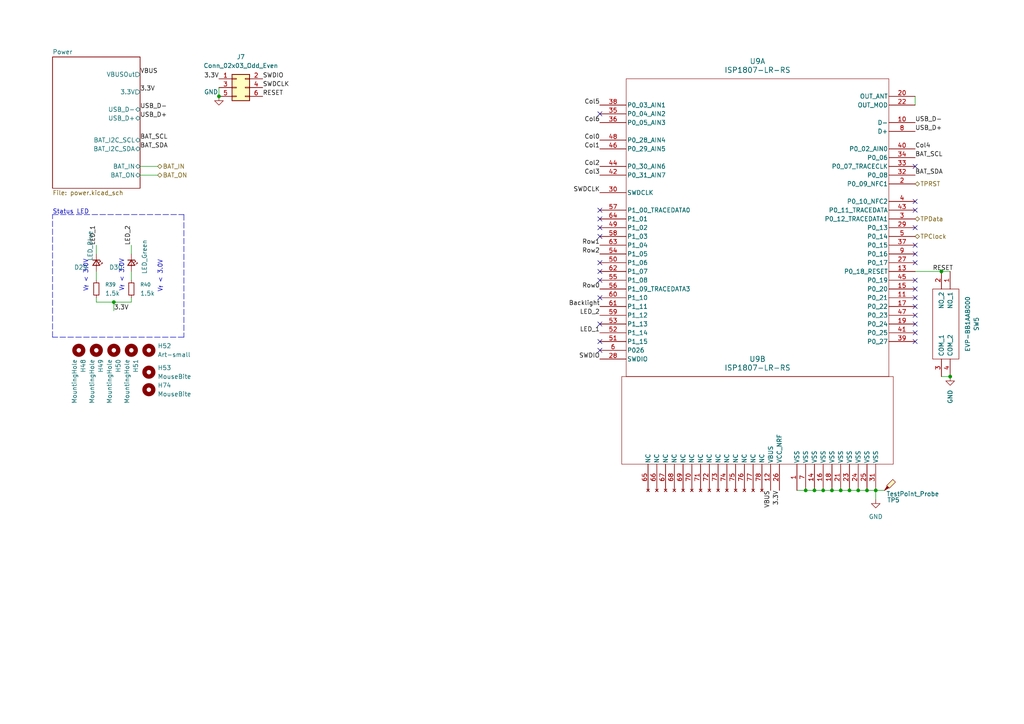
<source format=kicad_sch>
(kicad_sch (version 20250114) (generator "eeschema") (generator_version "9.0")
  (paper "A4")
  (lib_symbols
    (symbol "Connector:TestPoint_Probe" (pin_numbers (hide yes)) (pin_names (offset 0.762) (hide yes))
      (property "Reference" "TP" (at 1.651 5.842 0))
      (property "Value" "TestPoint_Probe" (at 1.651 4.064 0))
      (symbol "TestPoint_Probe_0_1"
        (polyline (pts (xy 1.27 0.762) (xy 0 0) (xy 0.762 1.27) (xy 1.27 0.762)) (fill (type outline)))
        (polyline (pts (xy 1.397 0.635) (xy 0.635 1.397) (xy 2.413 3.175) (xy 3.175 2.413) (xy 1.397 0.635)) (fill (type background)))
      )
      (symbol "TestPoint_Probe_1_1"
        (pin passive line (at 0 0 90) (length 0) (name "1") (number "1"))
      )
    )
    (symbol "Connector_Generic:Conn_02x03_Odd_Even" (pin_names (offset 1.016) (hide yes))
      (property "Reference" "J" (at 1.27 5.08 0))
      (property "Value" "Conn_02x03_Odd_Even" (at 1.27 -5.08 0))
      (symbol "Conn_02x03_Odd_Even_1_1"
        (rectangle (start -1.27 3.81) (end 3.81 -3.81) (stroke (width 0.254)) (fill (type background)))
        (rectangle (start -1.27 2.667) (end 0 2.413) (stroke (width 0.1524)))
        (rectangle (start -1.27 0.127) (end 0 -0.127) (stroke (width 0.1524)))
        (rectangle (start -1.27 -2.413) (end 0 -2.667) (stroke (width 0.1524)))
        (rectangle (start 3.81 2.667) (end 2.54 2.413) (stroke (width 0.1524)))
        (rectangle (start 3.81 0.127) (end 2.54 -0.127) (stroke (width 0.1524)))
        (rectangle (start 3.81 -2.413) (end 2.54 -2.667) (stroke (width 0.1524)))
        (pin passive line (at -5.08 2.54 0) (length 3.81) (name "Pin_1") (number "1"))
        (pin passive line (at -5.08 0 0) (length 3.81) (name "Pin_3") (number "3"))
        (pin passive line (at -5.08 -2.54 0) (length 3.81) (name "Pin_5") (number "5"))
        (pin passive line (at 7.62 2.54 180) (length 3.81) (name "Pin_2") (number "2"))
        (pin passive line (at 7.62 0 180) (length 3.81) (name "Pin_4") (number "4"))
        (pin passive line (at 7.62 -2.54 180) (length 3.81) (name "Pin_6") (number "6"))
      )
    )
    (symbol "ISP1807-LR-RS:ISP1807-LR-RS" (pin_names (offset 0.254))
      (property "Reference" "U" (at 45.72 12.7 0))
      (property "Value" "ISP1807-LR-RS" (at 45.72 10.16 0))
      (symbol "ISP1807-LR-RS_1_1"
        (polyline (pts (xy 7.62 7.62) (xy 7.62 -78.74)) (stroke (width 0.127)))
        (polyline (pts (xy 7.62 -78.74) (xy 83.82 -78.74)) (stroke (width 0.127)))
        (polyline (pts (xy 83.82 7.62) (xy 7.62 7.62)) (stroke (width 0.127)))
        (polyline (pts (xy 83.82 -78.74) (xy 83.82 7.62)) (stroke (width 0.127)))
        (pin input line (at 0 0 0) (length 7.62) (name "P0_03_AIN1") (number "38"))
        (pin input line (at 0 -2.54 0) (length 7.62) (name "P0_04_AIN2") (number "35"))
        (pin input line (at 0 -5.08 0) (length 7.62) (name "P0_05_AIN3") (number "36"))
        (pin input line (at 0 -10.16 0) (length 7.62) (name "P0_28_AIN4") (number "48"))
        (pin input line (at 0 -12.7 0) (length 7.62) (name "P0_29_AIN5") (number "46"))
        (pin input line (at 0 -17.78 0) (length 7.62) (name "P0_30_AIN6") (number "44"))
        (pin input line (at 0 -20.32 0) (length 7.62) (name "P0_31_AIN7") (number "42"))
        (pin input line (at 0 -25.4 0) (length 7.62) (name "SWDCLK") (number "30"))
        (pin bidirectional line (at 0 -30.48 0) (length 7.62) (name "P1_00_TRACEDATA0") (number "57"))
        (pin bidirectional line (at 0 -33.02 0) (length 7.62) (name "P1_01") (number "64"))
        (pin bidirectional line (at 0 -35.56 0) (length 7.62) (name "P1_02") (number "49"))
        (pin bidirectional line (at 0 -38.1 0) (length 7.62) (name "P1_03") (number "58"))
        (pin bidirectional line (at 0 -40.64 0) (length 7.62) (name "P1_04") (number "63"))
        (pin bidirectional line (at 0 -43.18 0) (length 7.62) (name "P1_05") (number "54"))
        (pin bidirectional line (at 0 -45.72 0) (length 7.62) (name "P1_06") (number "50"))
        (pin bidirectional line (at 0 -48.26 0) (length 7.62) (name "P1_07") (number "62"))
        (pin bidirectional line (at 0 -50.8 0) (length 7.62) (name "P1_08") (number "55"))
        (pin bidirectional line (at 0 -53.34 0) (length 7.62) (name "P1_09_TRACEDATA3") (number "56"))
        (pin bidirectional line (at 0 -55.88 0) (length 7.62) (name "P1_10") (number "60"))
        (pin bidirectional line (at 0 -58.42 0) (length 7.62) (name "P1_11") (number "61"))
        (pin bidirectional line (at 0 -60.96 0) (length 7.62) (name "P1_12") (number "59"))
        (pin bidirectional line (at 0 -63.5 0) (length 7.62) (name "P1_13") (number "53"))
        (pin bidirectional line (at 0 -66.04 0) (length 7.62) (name "P1_14") (number "52"))
        (pin bidirectional line (at 0 -68.58 0) (length 7.62) (name "P1_15") (number "51"))
        (pin bidirectional line (at 0 -71.12 0) (length 7.62) (name "P026") (number "6"))
        (pin bidirectional line (at 0 -73.66 0) (length 7.62) (name "SWDIO") (number "28"))
        (pin bidirectional line (at 91.44 2.54 180) (length 7.62) (name "OUT_ANT") (number "20"))
        (pin bidirectional line (at 91.44 0 180) (length 7.62) (name "OUT_MOD") (number "22"))
        (pin bidirectional line (at 91.44 -5.08 180) (length 7.62) (name "D-") (number "10"))
        (pin bidirectional line (at 91.44 -7.62 180) (length 7.62) (name "D+") (number "8"))
        (pin bidirectional line (at 91.44 -12.7 180) (length 7.62) (name "P0_02_AIN0") (number "40"))
        (pin bidirectional line (at 91.44 -15.24 180) (length 7.62) (name "P0_06") (number "34"))
        (pin bidirectional line (at 91.44 -17.78 180) (length 7.62) (name "P0_07_TRACECLK") (number "33"))
        (pin bidirectional line (at 91.44 -20.32 180) (length 7.62) (name "P0_08") (number "32"))
        (pin bidirectional line (at 91.44 -22.86 180) (length 7.62) (name "P0_09_NFC1") (number "2"))
        (pin bidirectional line (at 91.44 -27.94 180) (length 7.62) (name "P0_10_NFC2") (number "4"))
        (pin bidirectional line (at 91.44 -30.48 180) (length 7.62) (name "P0_11_TRACEDATA") (number "43"))
        (pin bidirectional line (at 91.44 -33.02 180) (length 7.62) (name "P0_12_TRACEDATA1") (number "3"))
        (pin bidirectional line (at 91.44 -35.56 180) (length 7.62) (name "P0_13") (number "29"))
        (pin bidirectional line (at 91.44 -38.1 180) (length 7.62) (name "P0_14") (number "5"))
        (pin bidirectional line (at 91.44 -40.64 180) (length 7.62) (name "P0_15") (number "37"))
        (pin bidirectional line (at 91.44 -43.18 180) (length 7.62) (name "P0_16") (number "9"))
        (pin bidirectional line (at 91.44 -45.72 180) (length 7.62) (name "P0_17") (number "27"))
        (pin bidirectional line (at 91.44 -48.26 180) (length 7.62) (name "P0_18_RESET") (number "13"))
        (pin bidirectional line (at 91.44 -50.8 180) (length 7.62) (name "P0_19") (number "45"))
        (pin bidirectional line (at 91.44 -53.34 180) (length 7.62) (name "P0_20") (number "15"))
        (pin bidirectional line (at 91.44 -55.88 180) (length 7.62) (name "P0_21") (number "11"))
        (pin bidirectional line (at 91.44 -58.42 180) (length 7.62) (name "P0_22") (number "17"))
        (pin bidirectional line (at 91.44 -60.96 180) (length 7.62) (name "P0_23") (number "47"))
        (pin bidirectional line (at 91.44 -63.5 180) (length 7.62) (name "P0_24") (number "19"))
        (pin bidirectional line (at 91.44 -66.04 180) (length 7.62) (name "P0_25") (number "41"))
        (pin bidirectional line (at 91.44 -68.58 180) (length 7.62) (name "P0_27") (number "39"))
      )
      (symbol "ISP1807-LR-RS_2_1"
        (polyline (pts (xy 7.62 7.62) (xy 7.62 -71.12)) (stroke (width 0.127)))
        (polyline (pts (xy 7.62 -71.12) (xy 33.02 -71.12)) (stroke (width 0.127)))
        (polyline (pts (xy 33.02 7.62) (xy 7.62 7.62)) (stroke (width 0.127)))
        (polyline (pts (xy 33.02 -71.12) (xy 33.02 7.62)) (stroke (width 0.127)))
        (pin no_connect line (at 0 0 0) (length 7.62) (name "NC") (number "65"))
        (pin no_connect line (at 0 -2.54 0) (length 7.62) (name "NC") (number "66"))
        (pin no_connect line (at 0 -5.08 0) (length 7.62) (name "NC") (number "67"))
        (pin no_connect line (at 0 -7.62 0) (length 7.62) (name "NC") (number "68"))
        (pin no_connect line (at 0 -10.16 0) (length 7.62) (name "NC") (number "69"))
        (pin no_connect line (at 0 -12.7 0) (length 7.62) (name "NC") (number "70"))
        (pin no_connect line (at 0 -15.24 0) (length 7.62) (name "NC") (number "71"))
        (pin no_connect line (at 0 -17.78 0) (length 7.62) (name "NC") (number "72"))
        (pin no_connect line (at 0 -20.32 0) (length 7.62) (name "NC") (number "73"))
        (pin no_connect line (at 0 -22.86 0) (length 7.62) (name "NC") (number "74"))
        (pin no_connect line (at 0 -25.4 0) (length 7.62) (name "NC") (number "75"))
        (pin no_connect line (at 0 -27.94 0) (length 7.62) (name "NC") (number "76"))
        (pin no_connect line (at 0 -30.48 0) (length 7.62) (name "NC") (number "77"))
        (pin no_connect line (at 0 -33.02 0) (length 7.62) (name "NC") (number "78"))
        (pin power_in line (at 0 -35.56 0) (length 7.62) (name "VBUS") (number "12"))
        (pin power_in line (at 0 -38.1 0) (length 7.62) (name "VCC_NRF") (number "26"))
        (pin power_out line (at 0 -43.18 0) (length 7.62) (name "VSS") (number "1"))
        (pin power_out line (at 0 -45.72 0) (length 7.62) (name "VSS") (number "7"))
        (pin power_out line (at 0 -48.26 0) (length 7.62) (name "VSS") (number "14"))
        (pin power_out line (at 0 -50.8 0) (length 7.62) (name "VSS") (number "16"))
        (pin power_out line (at 0 -53.34 0) (length 7.62) (name "VSS") (number "18"))
        (pin power_out line (at 0 -55.88 0) (length 7.62) (name "VSS") (number "21"))
        (pin power_out line (at 0 -58.42 0) (length 7.62) (name "VSS") (number "23"))
        (pin power_out line (at 0 -60.96 0) (length 7.62) (name "VSS") (number "24"))
        (pin power_out line (at 0 -63.5 0) (length 7.62) (name "VSS") (number "25"))
        (pin power_out line (at 0 -66.04 0) (length 7.62) (name "VSS") (number "31"))
      )
    )
    (symbol "ISP1807-LR-RS_1" (pin_names (offset 0.254))
      (property "Reference" "U" (at 45.72 12.7 0))
      (property "Value" "ISP1807-LR-RS" (at 45.72 10.16 0))
      (symbol "ISP1807-LR-RS_1_1_1"
        (polyline (pts (xy 7.62 7.62) (xy 7.62 -78.74)) (stroke (width 0.127)))
        (polyline (pts (xy 7.62 -78.74) (xy 83.82 -78.74)) (stroke (width 0.127)))
        (polyline (pts (xy 83.82 7.62) (xy 7.62 7.62)) (stroke (width 0.127)))
        (polyline (pts (xy 83.82 -78.74) (xy 83.82 7.62)) (stroke (width 0.127)))
        (pin input line (at 0 0 0) (length 7.62) (name "P0_03_AIN1") (number "38"))
        (pin input line (at 0 -2.54 0) (length 7.62) (name "P0_04_AIN2") (number "35"))
        (pin input line (at 0 -5.08 0) (length 7.62) (name "P0_05_AIN3") (number "36"))
        (pin input line (at 0 -10.16 0) (length 7.62) (name "P0_28_AIN4") (number "48"))
        (pin input line (at 0 -12.7 0) (length 7.62) (name "P0_29_AIN5") (number "46"))
        (pin input line (at 0 -17.78 0) (length 7.62) (name "P0_30_AIN6") (number "44"))
        (pin input line (at 0 -20.32 0) (length 7.62) (name "P0_31_AIN7") (number "42"))
        (pin input line (at 0 -25.4 0) (length 7.62) (name "SWDCLK") (number "30"))
        (pin bidirectional line (at 0 -30.48 0) (length 7.62) (name "P1_00_TRACEDATA0") (number "57"))
        (pin bidirectional line (at 0 -33.02 0) (length 7.62) (name "P1_01") (number "64"))
        (pin bidirectional line (at 0 -35.56 0) (length 7.62) (name "P1_02") (number "49"))
        (pin bidirectional line (at 0 -38.1 0) (length 7.62) (name "P1_03") (number "58"))
        (pin bidirectional line (at 0 -40.64 0) (length 7.62) (name "P1_04") (number "63"))
        (pin bidirectional line (at 0 -43.18 0) (length 7.62) (name "P1_05") (number "54"))
        (pin bidirectional line (at 0 -45.72 0) (length 7.62) (name "P1_06") (number "50"))
        (pin bidirectional line (at 0 -48.26 0) (length 7.62) (name "P1_07") (number "62"))
        (pin bidirectional line (at 0 -50.8 0) (length 7.62) (name "P1_08") (number "55"))
        (pin bidirectional line (at 0 -53.34 0) (length 7.62) (name "P1_09_TRACEDATA3") (number "56"))
        (pin bidirectional line (at 0 -55.88 0) (length 7.62) (name "P1_10") (number "60"))
        (pin bidirectional line (at 0 -58.42 0) (length 7.62) (name "P1_11") (number "61"))
        (pin bidirectional line (at 0 -60.96 0) (length 7.62) (name "P1_12") (number "59"))
        (pin bidirectional line (at 0 -63.5 0) (length 7.62) (name "P1_13") (number "53"))
        (pin bidirectional line (at 0 -66.04 0) (length 7.62) (name "P1_14") (number "52"))
        (pin bidirectional line (at 0 -68.58 0) (length 7.62) (name "P1_15") (number "51"))
        (pin bidirectional line (at 0 -71.12 0) (length 7.62) (name "P026") (number "6"))
        (pin bidirectional line (at 0 -73.66 0) (length 7.62) (name "SWDIO") (number "28"))
        (pin bidirectional line (at 91.44 2.54 180) (length 7.62) (name "OUT_ANT") (number "20"))
        (pin bidirectional line (at 91.44 0 180) (length 7.62) (name "OUT_MOD") (number "22"))
        (pin bidirectional line (at 91.44 -5.08 180) (length 7.62) (name "D-") (number "10"))
        (pin bidirectional line (at 91.44 -7.62 180) (length 7.62) (name "D+") (number "8"))
        (pin bidirectional line (at 91.44 -12.7 180) (length 7.62) (name "P0_02_AIN0") (number "40"))
        (pin bidirectional line (at 91.44 -15.24 180) (length 7.62) (name "P0_06") (number "34"))
        (pin bidirectional line (at 91.44 -17.78 180) (length 7.62) (name "P0_07_TRACECLK") (number "33"))
        (pin bidirectional line (at 91.44 -20.32 180) (length 7.62) (name "P0_08") (number "32"))
        (pin bidirectional line (at 91.44 -22.86 180) (length 7.62) (name "P0_09_NFC1") (number "2"))
        (pin bidirectional line (at 91.44 -27.94 180) (length 7.62) (name "P0_10_NFC2") (number "4"))
        (pin bidirectional line (at 91.44 -30.48 180) (length 7.62) (name "P0_11_TRACEDATA") (number "43"))
        (pin bidirectional line (at 91.44 -33.02 180) (length 7.62) (name "P0_12_TRACEDATA1") (number "3"))
        (pin bidirectional line (at 91.44 -35.56 180) (length 7.62) (name "P0_13") (number "29"))
        (pin bidirectional line (at 91.44 -38.1 180) (length 7.62) (name "P0_14") (number "5"))
        (pin bidirectional line (at 91.44 -40.64 180) (length 7.62) (name "P0_15") (number "37"))
        (pin bidirectional line (at 91.44 -43.18 180) (length 7.62) (name "P0_16") (number "9"))
        (pin bidirectional line (at 91.44 -45.72 180) (length 7.62) (name "P0_17") (number "27"))
        (pin bidirectional line (at 91.44 -48.26 180) (length 7.62) (name "P0_18_RESET") (number "13"))
        (pin bidirectional line (at 91.44 -50.8 180) (length 7.62) (name "P0_19") (number "45"))
        (pin bidirectional line (at 91.44 -53.34 180) (length 7.62) (name "P0_20") (number "15"))
        (pin bidirectional line (at 91.44 -55.88 180) (length 7.62) (name "P0_21") (number "11"))
        (pin bidirectional line (at 91.44 -58.42 180) (length 7.62) (name "P0_22") (number "17"))
        (pin bidirectional line (at 91.44 -60.96 180) (length 7.62) (name "P0_23") (number "47"))
        (pin bidirectional line (at 91.44 -63.5 180) (length 7.62) (name "P0_24") (number "19"))
        (pin bidirectional line (at 91.44 -66.04 180) (length 7.62) (name "P0_25") (number "41"))
        (pin bidirectional line (at 91.44 -68.58 180) (length 7.62) (name "P0_27") (number "39"))
      )
      (symbol "ISP1807-LR-RS_1_2_1"
        (polyline (pts (xy 7.62 7.62) (xy 7.62 -71.12)) (stroke (width 0.127)))
        (polyline (pts (xy 7.62 -71.12) (xy 33.02 -71.12)) (stroke (width 0.127)))
        (polyline (pts (xy 33.02 7.62) (xy 7.62 7.62)) (stroke (width 0.127)))
        (polyline (pts (xy 33.02 -71.12) (xy 33.02 7.62)) (stroke (width 0.127)))
        (pin no_connect line (at 0 0 0) (length 7.62) (name "NC") (number "65"))
        (pin no_connect line (at 0 -2.54 0) (length 7.62) (name "NC") (number "66"))
        (pin no_connect line (at 0 -5.08 0) (length 7.62) (name "NC") (number "67"))
        (pin no_connect line (at 0 -7.62 0) (length 7.62) (name "NC") (number "68"))
        (pin no_connect line (at 0 -10.16 0) (length 7.62) (name "NC") (number "69"))
        (pin no_connect line (at 0 -12.7 0) (length 7.62) (name "NC") (number "70"))
        (pin no_connect line (at 0 -15.24 0) (length 7.62) (name "NC") (number "71"))
        (pin no_connect line (at 0 -17.78 0) (length 7.62) (name "NC") (number "72"))
        (pin no_connect line (at 0 -20.32 0) (length 7.62) (name "NC") (number "73"))
        (pin no_connect line (at 0 -22.86 0) (length 7.62) (name "NC") (number "74"))
        (pin no_connect line (at 0 -25.4 0) (length 7.62) (name "NC") (number "75"))
        (pin no_connect line (at 0 -27.94 0) (length 7.62) (name "NC") (number "76"))
        (pin no_connect line (at 0 -30.48 0) (length 7.62) (name "NC") (number "77"))
        (pin no_connect line (at 0 -33.02 0) (length 7.62) (name "NC") (number "78"))
        (pin power_in line (at 0 -35.56 0) (length 7.62) (name "VBUS") (number "12"))
        (pin power_in line (at 0 -38.1 0) (length 7.62) (name "VCC_NRF") (number "26"))
        (pin power_in line (at 0 -43.18 0) (length 7.62) (name "VSS") (number "1"))
        (pin power_in line (at 0 -45.72 0) (length 7.62) (name "VSS") (number "7"))
        (pin power_in line (at 0 -48.26 0) (length 7.62) (name "VSS") (number "14"))
        (pin power_in line (at 0 -50.8 0) (length 7.62) (name "VSS") (number "16"))
        (pin power_in line (at 0 -53.34 0) (length 7.62) (name "VSS") (number "18"))
        (pin power_in line (at 0 -55.88 0) (length 7.62) (name "VSS") (number "21"))
        (pin power_in line (at 0 -58.42 0) (length 7.62) (name "VSS") (number "23"))
        (pin power_in line (at 0 -60.96 0) (length 7.62) (name "VSS") (number "24"))
        (pin power_in line (at 0 -63.5 0) (length 7.62) (name "VSS") (number "25"))
        (pin power_in line (at 0 -66.04 0) (length 7.62) (name "VSS") (number "31"))
      )
    )
    (symbol "LED_Small_1" (pin_numbers (hide yes)) (pin_names (offset 0.254) (hide yes))
      (property "Reference" "D" (at -1.27 3.175 0))
      (property "Value" "LED_Small" (at -4.445 -2.54 0))
      (symbol "LED_Small_1_0_1"
        (polyline (pts (xy -0.762 -1.016) (xy -0.762 1.016)) (stroke (width 0.254)))
        (polyline (pts (xy 0 0.762) (xy -0.508 1.27) (xy -0.254 1.27) (xy -0.508 1.27) (xy -0.508 1.016)))
        (polyline (pts (xy 0.508 1.27) (xy 0 1.778) (xy 0.254 1.778) (xy 0 1.778) (xy 0 1.524)))
        (polyline (pts (xy 0.762 -1.016) (xy -0.762 0) (xy 0.762 1.016) (xy 0.762 -1.016)) (stroke (width 0.254)))
        (polyline (pts (xy 1.016 0) (xy -0.762 0)))
      )
      (symbol "LED_Small_1_1_1"
        (pin passive line (at -2.54 0 0) (length 1.778) (name "K") (number "1"))
        (pin passive line (at 2.54 0 180) (length 1.778) (name "A") (number "2"))
      )
    )
    (symbol "Mechanical:MountingHole" (pin_numbers (hide yes)) (pin_names (offset 1.016) (hide yes)) (in_bom no)
      (property "Reference" "H" (at 0 5.08 0))
      (property "Value" "MountingHole" (at 0 3.175 0))
      (symbol "MountingHole_0_1"
        (circle (center 0 0) (radius 1.27) (stroke (width 1.27)))
      )
    )
    (symbol "MountingHole_1" (pin_names (offset 1.016)) (in_bom no)
      (property "Reference" "H" (at 0 5.08 0))
      (property "Value" "MountingHole" (at 0 3.175 0))
      (symbol "MountingHole_1_0_1"
        (circle (center 0 0) (radius 1.27) (stroke (width 1.27)))
      )
    )
    (symbol "MountingHole_2" (pin_names (offset 1.016)) (in_bom no)
      (property "Reference" "H" (at 0 5.08 0))
      (property "Value" "MountingHole" (at 0 3.175 0))
      (symbol "MountingHole_2_0_1"
        (circle (center 0 0) (radius 1.27) (stroke (width 1.27)))
      )
    )
    (symbol "R_Small_1" (pin_numbers (hide yes)) (pin_names (offset 0.254) (hide yes))
      (property "Reference" "R" (at 0 0 90))
      (property "Value" "R_Small" (at 1.778 0 90))
      (symbol "R_Small_1_0_1"
        (rectangle (start -0.762 1.778) (end 0.762 -1.778) (stroke (width 0.2032)))
      )
      (symbol "R_Small_1_1_1"
        (pin passive line (at 0 2.54 270) (length 0.762) (name "~") (number "1"))
        (pin passive line (at 0 -2.54 90) (length 0.762) (name "~") (number "2"))
      )
    )
    (symbol "SamacSys_Parts:EVP-BB1AAB000" (pin_names (offset 0.762))
      (property "Reference" "S" (at 26.67 7.62 0))
      (property "Value" "EVP-BB1AAB000" (at 26.67 5.08 0))
      (symbol "EVP-BB1AAB000_0_0"
        (pin passive line (at 0 0 0) (length 5.08) (name "NO_1") (number "1"))
        (pin passive line (at 0 -2.54 0) (length 5.08) (name "NO_2") (number "2"))
        (pin passive line (at 30.48 0 180) (length 5.08) (name "COM_2") (number "4"))
        (pin passive line (at 30.48 -2.54 180) (length 5.08) (name "COM_1") (number "3"))
      )
      (symbol "EVP-BB1AAB000_0_1"
        (polyline (pts (xy 5.08 2.54) (xy 25.4 2.54) (xy 25.4 -5.08) (xy 5.08 -5.08) (xy 5.08 2.54)) (stroke (width 0.1524)))
      )
    )
    (symbol "power:GND" (power) (pin_numbers (hide yes)) (pin_names (offset 0) (hide yes))
      (property "Value" "GND" (at 0 -3.81 0))
      (symbol "GND_0_1"
        (polyline (pts (xy 0 0) (xy 0 -1.27) (xy 1.27 -1.27) (xy 0 -2.54) (xy -1.27 -1.27) (xy 0 -1.27)))
      )
      (symbol "GND_1_1"
        (pin power_in line (at 0 0 270) (length 0) (name "~") (number "1"))
      )
    )
  )
  (text "V_{f} < 3.0V" (at 36.068 84.582 90) (effects (font (size 1.27 1.27)) (justify left bottom)))
  (text "V_{f} < 3.0V" (at 47.244 84.836 90) (effects (font (size 1.27 1.27)) (justify left bottom)))
  (text "V_{f} < 3.0V" (at 25.654 75.184 90) (effects (font (size 1.27 1.27)) (justify right bottom)))
  (text "Status LED" (at 15.24 62.23 0) (effects (font (size 1.27 1.27)) (justify left bottom)))
  (junction (at 238.76 142.24))
  (junction (at 254 142.24))
  (junction (at 63.5 27.94))
  (junction (at 248.92 142.24))
  (junction (at 236.22 142.24))
  (junction (at 251.46 142.24))
  (junction (at 33.02 87.63))
  (junction (at 275.59 109.22))
  (junction (at 233.68 142.24))
  (junction (at 241.3 142.24))
  (junction (at 273.05 78.74))
  (junction (at 246.38 142.24))
  (junction (at 243.84 142.24))
  (no_connect (at 173.99 86.36))
  (no_connect (at 173.99 33.02))
  (no_connect (at 265.43 93.98))
  (no_connect (at 265.43 76.2))
  (no_connect (at 173.99 99.06))
  (no_connect (at 265.43 73.66))
  (no_connect (at 173.99 66.04))
  (no_connect (at 173.99 68.58))
  (no_connect (at 265.43 81.28))
  (no_connect (at 265.43 66.04))
  (no_connect (at 265.43 96.52))
  (no_connect (at 173.99 101.6))
  (no_connect (at 173.99 63.5))
  (no_connect (at 173.99 93.98))
  (no_connect (at 265.43 83.82))
  (no_connect (at 173.99 78.74))
  (no_connect (at 265.43 58.42))
  (no_connect (at 265.43 71.12))
  (no_connect (at 265.43 99.06))
  (no_connect (at 173.99 76.2))
  (no_connect (at 173.99 60.96))
  (no_connect (at 173.99 81.28))
  (no_connect (at 265.43 88.9))
  (no_connect (at 265.43 48.26))
  (no_connect (at 265.43 91.44))
  (no_connect (at 265.43 86.36))
  (no_connect (at 265.43 60.96))
  (wire (pts (xy 27.94 71.12) (xy 27.94 73.66)))
  (wire (pts (xy 265.43 27.94) (xy 265.43 30.48)))
  (wire (pts (xy 238.76 142.24) (xy 241.3 142.24)))
  (wire (pts (xy 33.02 87.63) (xy 33.02 90.17)))
  (wire (pts (xy 27.94 86.36) (xy 27.94 87.63)))
  (polyline (pts (xy 53.34 97.79) (xy 15.24 97.79)) (stroke (width 0) (type dash)))
  (wire (pts (xy 233.68 142.24) (xy 236.22 142.24)))
  (wire (pts (xy 256.54 142.24) (xy 254 142.24)))
  (wire (pts (xy 265.43 78.74) (xy 273.05 78.74)))
  (wire (pts (xy 27.94 87.63) (xy 33.02 87.63)))
  (wire (pts (xy 246.38 142.24) (xy 248.92 142.24)))
  (wire (pts (xy 63.5 25.4) (xy 63.5 27.94)))
  (wire (pts (xy 33.02 87.63) (xy 38.1 87.63)))
  (wire (pts (xy 27.94 78.74) (xy 27.94 81.28)))
  (wire (pts (xy 248.92 142.24) (xy 251.46 142.24)))
  (wire (pts (xy 275.59 109.22) (xy 273.05 109.22)))
  (wire (pts (xy 241.3 142.24) (xy 243.84 142.24)))
  (wire (pts (xy 254 142.24) (xy 254 144.78)))
  (wire (pts (xy 38.1 87.63) (xy 38.1 86.36)))
  (polyline (pts (xy 15.24 62.23) (xy 53.34 62.23)) (stroke (width 0) (type dash)))
  (wire (pts (xy 273.05 78.74) (xy 275.59 78.74)))
  (polyline (pts (xy 15.24 97.79) (xy 15.24 62.23)) (stroke (width 0) (type dash)))
  (wire (pts (xy 40.64 50.8) (xy 45.72 50.8)))
  (wire (pts (xy 38.1 78.74) (xy 38.1 81.28)))
  (wire (pts (xy 236.22 142.24) (xy 238.76 142.24)))
  (wire (pts (xy 231.14 142.24) (xy 233.68 142.24)))
  (wire (pts (xy 243.84 142.24) (xy 246.38 142.24)))
  (wire (pts (xy 251.46 142.24) (xy 254 142.24)))
  (polyline (pts (xy 53.34 62.23) (xy 53.34 97.79)) (stroke (width 0) (type dash)))
  (wire (pts (xy 38.1 71.12) (xy 38.1 73.66)))
  (wire (pts (xy 40.64 48.26) (xy 45.72 48.26)))
  (label "LED_2" (at 38.1 71.12 90))
  (label "3.3V" (at 40.64 26.67 0))
  (label "3.3V" (at 33.02 90.17 0))
  (label "LED_1" (at 173.99 96.52 180))
  (label "LED_2" (at 173.99 91.44 180))
  (label "VBUS" (at 223.52 142.24 270))
  (label "Col6" (at 173.99 35.56 180))
  (label "SWDIO" (at 76.2 22.86 0))
  (label "BAT_SCL" (at 265.43 45.72 0))
  (label "VBUS" (at 40.64 21.59 0))
  (label "Backlight" (at 173.99 88.9 180))
  (label "RESET" (at 76.2 27.94 0))
  (label "Row1" (at 173.99 71.12 180))
  (label "SWDCLK" (at 76.2 25.4 0))
  (label "USB_D-" (at 40.64 31.75 0))
  (label "Col5" (at 173.99 30.48 180))
  (label "BAT_SCL" (at 40.64 40.64 0))
  (label "SWDCLK" (at 173.99 55.88 180))
  (label "BAT_SDA" (at 40.64 43.18 0))
  (label "Row2" (at 173.99 73.66 180))
  (label "Col3" (at 173.99 50.8 180))
  (label "Col4" (at 265.43 43.18 0))
  (label "Row0" (at 173.99 83.82 180))
  (label "USB_D+" (at 265.43 38.1 0))
  (label "RESET" (at 270.51 78.74 0))
  (label "SWDIO" (at 173.99 104.14 180))
  (label "3.3V" (at 63.5 22.86 180))
  (label "Col1" (at 173.99 43.18 180))
  (label "3.3V" (at 226.06 142.24 270))
  (label "USB_D-" (at 265.43 35.56 0))
  (label "Col0" (at 173.99 40.64 180))
  (label "LED_1" (at 27.94 71.12 90))
  (label "Col2" (at 173.99 48.26 180))
  (label "USB_D+" (at 40.64 34.29 0))
  (label "BAT_SDA" (at 265.43 50.8 0))
  (hierarchical_label "TPRST" (shape bidirectional) (at 265.43 53.34 0))
  (hierarchical_label "TPData" (shape bidirectional) (at 265.43 63.5 0))
  (hierarchical_label "BAT_ON" (shape bidirectional) (at 45.72 50.8 0))
  (hierarchical_label "BAT_IN" (shape bidirectional) (at 45.72 48.26 0))
  (hierarchical_label "TPClock" (shape bidirectional) (at 265.43 68.58 0))
  (symbol (lib_id "power:GND") (at 63.5 27.94 0) (unit 1)
    (property "Reference" "#PWR048" (effects (hide yes)))
    (property "Value" "GND" (at 61.214 26.67 0))
    (property "Description" "Power symbol creates a global label with name \"GND\" , ground" (effects (hide yes)))
  )
  (symbol (lib_id "Mechanical:MountingHole") (at 43.18 101.6 90) (unit 1) (in_bom no)
    (property "Reference" "H52" (at 45.72 100.3299 90) (effects (justify right)))
    (property "Value" "Art-small" (at 45.72 102.8699 90) (effects (justify right)))
    (property "Footprint" "Art:Salt-smallest" (effects (hide yes)))
    (property "Description" "Mounting Hole without connection" (effects (hide yes)))
  )
  (symbol (lib_id "power:GND") (at 275.59 109.22 0) (unit 1)
    (property "Reference" "#PWR050" (effects (hide yes)))
    (property "Value" "GND" (at 275.5901 113.03 90) (effects (justify right)))
    (property "Description" "Power symbol creates a global label with name \"GND\" , ground" (effects (hide yes)))
  )
  (symbol (lib_id "ISP1807-LR-RS:ISP1807-LR-RS") (at 173.99 30.48 0) (unit 1)
    (property "Reference" "U9" (at 219.71 17.78 0) (effects (font (size 1.524 1.524))))
    (property "Value" "ISP1807-LR-RS" (at 219.71 20.32 0) (effects (font (size 1.524 1.524))))
    (property "Footprint" "ISP1807-LR-RS:ISP1807-LR-RS" (effects (hide yes)))
    (property "Datasheet" "ISP1807-LR-RS" (effects (hide yes)))
    (property "Manufacturer_Part_Number" "ISP1807-LR-RS" (effects (hide yes)))
    (property "Mouser Part Number" "359-ISP1807-LR-RS" (effects (hide yes)))
  )
  (symbol (lib_name "R_Small_1") (lib_id "Device:R_Small") (at 27.94 83.82 180) (unit 1)
    (property "Reference" "R39" (at 30.48 82.5499 0) (effects (font (size 1.016 1.016)) (justify right)))
    (property "Value" "1.5k" (at 30.48 85.0899 0) (effects (justify right)))
    (property "Footprint" "Resistor_SMD:R_0603_1608Metric" (effects (hide yes)))
    (property "Description" "Resistor, small symbol" (effects (hide yes)))
    (property "Manufacturer_Part_Number" "RC0603FR-071K5L" (effects (hide yes)))
    (property "Mouser Part Number" " 603-RC0603FR-071K5L" (effects (hide yes)))
  )
  (symbol (lib_name "MountingHole_2") (lib_id "Mechanical:MountingHole") (at 27.94 101.6 270) (unit 1) (in_bom no)
    (property "Reference" "H49" (at 29.2101 104.14 0) (effects (justify left)))
    (property "Value" "MountingHole" (at 26.6701 104.14 0) (effects (justify left)))
    (property "Footprint" "MountingHole:MountingHole_2.2mm_M2" (effects (hide yes)))
    (property "Description" "Mounting Hole without connection" (effects (hide yes)))
  )
  (symbol (lib_name "R_Small_1") (lib_id "Device:R_Small") (at 38.1 83.82 180) (unit 1)
    (property "Reference" "R40" (at 40.64 82.5499 0) (effects (font (size 1.016 1.016)) (justify right)))
    (property "Value" "1.5k" (at 40.64 85.0899 0) (effects (justify right)))
    (property "Footprint" "Resistor_SMD:R_0603_1608Metric" (effects (hide yes)))
    (property "Description" "Resistor, small symbol" (effects (hide yes)))
    (property "Manufacturer_Part_Number" "RC0603FR-071K5L" (effects (hide yes)))
    (property "Mouser Part Number" " 603-RC0603FR-071K5L" (effects (hide yes)))
  )
  (symbol (lib_name "LED_Small_1") (lib_id "Device:LED_Small") (at 27.94 76.2 270) (unit 1)
    (property "Reference" "D29" (at 25.4 77.5336 90) (effects (justify right)))
    (property "Value" "LED_Blue" (at 26.162 75.692 0) (effects (justify right)))
    (property "Footprint" "LED_SMD:LED_0603_1608Metric" (effects (hide yes)))
    (property "Description" "Light emitting diode, small symbol" (effects (hide yes)))
    (property "Sim.Pin" "1=K 2=A" (effects (hide yes)))
    (property "Manufacturer_Part_Number" "IN-S63AT5B" (effects (hide yes)))
    (property "Mouser Part Number" "743-S63AT5B" (effects (hide yes)))
  )
  (symbol (lib_id "SamacSys_Parts:EVP-BB1AAB000") (at 275.59 78.74 270) (unit 1)
    (property "Reference" "SW5" (at 283.21 93.98 0))
    (property "Value" "EVP-BB1AAB000" (at 280.67 93.98 0))
    (property "Footprint" "SamacSys_Parts:EVPBB2A9B000" (effects (hide yes)))
    (property "Description" "Tactile Switches 2.6x1.6x0.5mm 1N 0.08mm Travel" (effects (hide yes)))
    (property "Description_1" "Tactile Switches 2.6x1.6x0.5mm 1N 0.08mm Travel" (effects (hide yes)))
    (property "Height" "0" (effects (hide yes)))
    (property "Mouser Part Number" " 667-EVP-BB1AAB000" (effects (hide yes)))
    (property "Mouser Price/Stock" "https://www.mouser.co.uk/ProductDetail/Panasonic/EVP-BB1AAB000?qs=f9yNj16SXrKiqfR0eFFobA%3D%3D" (effects (hide yes)))
    (property "Manufacturer_Part_Number" "EVP-BB1AAB000" (effects (hide yes)))
  )
  (symbol (lib_id "power:GND") (at 254 144.78 0) (unit 1)
    (property "Reference" "#PWR049" (effects (hide yes)))
    (property "Value" "GND" (at 254 149.86 0))
    (property "Description" "Power symbol creates a global label with name \"GND\" , ground" (effects (hide yes)))
  )
  (symbol (lib_name "MountingHole_1") (lib_id "Mechanical:MountingHole") (at 43.18 107.95 0) (unit 1) (in_bom no)
    (property "Reference" "H53" (at 45.72 106.6799 0) (effects (justify left)))
    (property "Value" "MouseBite" (at 45.72 109.2199 0) (effects (justify left)))
    (property "Footprint" "mouse-bite:mouse-bite-3mm-6mm" (effects (hide yes)))
    (property "Description" "Mounting Hole without connection" (effects (hide yes)))
  )
  (symbol (lib_name "MountingHole_2") (lib_id "Mechanical:MountingHole") (at 22.86 101.6 270) (unit 1) (in_bom no)
    (property "Reference" "H48" (at 24.1301 104.14 0) (effects (justify left)))
    (property "Value" "MountingHole" (at 21.5901 104.14 0) (effects (justify left)))
    (property "Footprint" "MountingHole:MountingHole_2.2mm_M2" (effects (hide yes)))
    (property "Description" "Mounting Hole without connection" (effects (hide yes)))
  )
  (symbol (lib_name "LED_Small_1") (lib_id "Device:LED_Small") (at 38.1 76.2 270) (unit 1)
    (property "Reference" "D30" (at 35.56 77.5336 90) (effects (justify right)))
    (property "Value" "LED_Green" (at 41.91 79.502 0) (effects (justify right)))
    (property "Footprint" "LED_SMD:LED_0603_1608Metric" (effects (hide yes)))
    (property "Description" "Light emitting diode, small symbol" (effects (hide yes)))
    (property "Sim.Pin" "1=K 2=A" (effects (hide yes)))
    (property "Manufacturer_Part_Number" "IN-S63AT5G" (effects (hide yes)))
    (property "Mouser Part Number" "743-IN-S63AT5G" (effects (hide yes)))
  )
  (symbol (lib_id "Connector_Generic:Conn_02x03_Odd_Even") (at 68.58 25.4 0) (unit 1) (in_bom no)
    (property "Reference" "J7" (at 69.85 16.51 0))
    (property "Value" "Conn_02x03_Odd_Even" (at 69.85 19.05 0))
    (property "Footprint" "Keyboard:PinHeader_2x03_P2.00mm_Vertical_DEBUG" (effects (hide yes)))
    (property "Description" "Generic connector, double row, 02x03, odd/even pin numbering scheme (row 1 odd numbers, row 2 even numbers), script generated (kicad-library-utils/schlib/autogen/connector/)" (effects (hide yes)))
  )
  (symbol (lib_name "MountingHole_2") (lib_id "Mechanical:MountingHole") (at 38.1 101.6 270) (unit 1) (in_bom no)
    (property "Reference" "H51" (at 39.3701 104.14 0) (effects (justify left)))
    (property "Value" "MountingHole" (at 36.8301 104.14 0) (effects (justify left)))
    (property "Footprint" "MountingHole:MountingHole_2.2mm_M2" (effects (hide yes)))
    (property "Description" "Mounting Hole without connection" (effects (hide yes)))
  )
  (symbol (lib_id "Connector:TestPoint_Probe") (at 256.54 142.24 0) (unit 1) (in_bom no)
    (property "Reference" "TP5" (at 257.302 145.034 0) (effects (justify left)))
    (property "Value" "TestPoint_Probe" (at 257.048 143.256 0) (effects (justify left)))
    (property "Footprint" "TestPoint:TestPoint_Pad_D1.0mm" (effects (hide yes)))
    (property "Description" "test point (alternative probe-style design)" (effects (hide yes)))
  )
  (symbol (lib_name "MountingHole_2") (lib_id "Mechanical:MountingHole") (at 33.02 101.6 270) (unit 1) (in_bom no)
    (property "Reference" "H50" (at 34.2901 104.14 0) (effects (justify left)))
    (property "Value" "MountingHole" (at 31.7501 104.14 0) (effects (justify left)))
    (property "Footprint" "MountingHole:MountingHole_2.2mm_M2" (effects (hide yes)))
    (property "Description" "Mounting Hole without connection" (effects (hide yes)))
  )
  (symbol (lib_name "MountingHole_1") (lib_id "Mechanical:MountingHole") (at 43.18 113.03 0) (unit 1) (in_bom no)
    (property "Reference" "H74" (at 45.72 111.7599 0) (effects (justify left)))
    (property "Value" "MouseBite" (at 45.72 114.2999 0) (effects (justify left)))
    (property "Footprint" "mouse-bite:mouse-bite-3mm-6mm" (effects (hide yes)))
    (property "Description" "Mounting Hole without connection" (effects (hide yes)))
  )
  (symbol (lib_name "ISP1807-LR-RS_1") (lib_id "ISP1807-LR-RS:ISP1807-LR-RS") (at 187.96 142.24 90) (unit 2)
    (property "Reference" "U9" (at 219.71 104.14 90) (effects (font (size 1.524 1.524))))
    (property "Value" "ISP1807-LR-RS" (at 219.71 106.68 90) (effects (font (size 1.524 1.524))))
    (property "Footprint" "ISP1807-LR-RS:ISP1807-LR-RS" (effects (hide yes)))
    (property "Datasheet" "ISP1807-LR-RS" (effects (hide yes)))
    (property "Manufacturer_Part_Number" "ISP1807-LR-RS" (effects (hide yes)))
    (property "Mouser Part Number" "359-ISP1807-LR-RS" (effects (hide yes)))
  )
  (sheet (at 15.24 16.51) (size 25.4 38.1) (stroke (width 0.1524))
    (property "Sheetname" "Power" (at 15.24 15.7984 0) (effects (justify left bottom)))
    (property "Sheetfile" "power.kicad_sch" (at 15.24 55.1946 0) (effects (justify left top)))
    (pin "USB_D-" bidirectional (at 40.64 31.75 0))
    (pin "BAT_I2C_SCL" bidirectional (at 40.64 40.64 0))
    (pin "USB_D+" bidirectional (at 40.64 34.29 0))
    (pin "BAT_I2C_SDA" bidirectional (at 40.64 43.18 0))
    (pin "3.3V" output (at 40.64 26.67 0))
    (pin "VBUSOut" output (at 40.64 21.59 0))
    (pin "BAT_IN" bidirectional (at 40.64 48.26 0))
    (pin "BAT_ON" bidirectional (at 40.64 50.8 0))
  )
)
</source>
